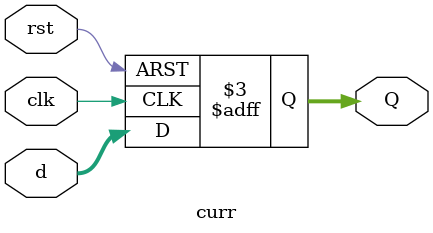
<source format=v>
module curr #(parameter size = 3)(clk,rst,d,Q);
  input clk,rst;
  input [size-1:0]d;
  output reg [size-1:0]Q;
  always @(posedge clk or negedge rst)begin
    if(rst == 0) Q = 0;
    else Q <=d;
  end
endmodule
</source>
